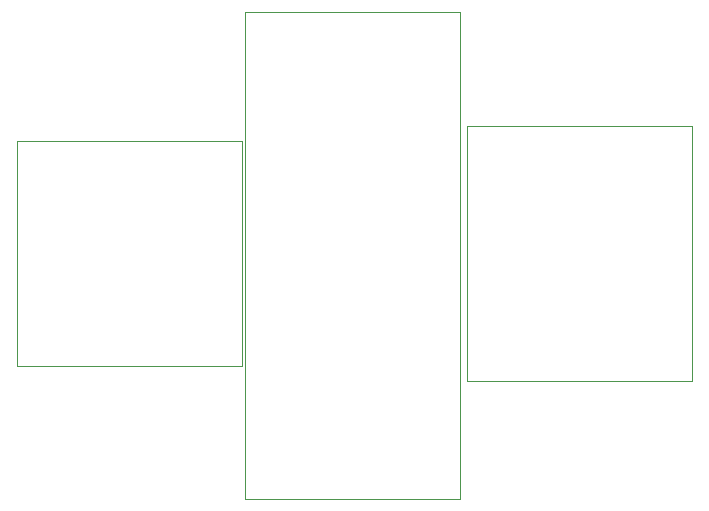
<source format=gbr>
G04 #@! TF.GenerationSoftware,KiCad,Pcbnew,5.1.7-a382d34a8~88~ubuntu20.04.1*
G04 #@! TF.CreationDate,2021-03-27T06:24:58-07:00*
G04 #@! TF.ProjectId,galep4-plcc-28,67616c65-7034-42d7-906c-63632d32382e,Mar2021*
G04 #@! TF.SameCoordinates,Original*
G04 #@! TF.FileFunction,Other,User*
%FSLAX46Y46*%
G04 Gerber Fmt 4.6, Leading zero omitted, Abs format (unit mm)*
G04 Created by KiCad (PCBNEW 5.1.7-a382d34a8~88~ubuntu20.04.1) date 2021-03-27 06:24:58*
%MOMM*%
%LPD*%
G01*
G04 APERTURE LIST*
%ADD10C,0.050000*%
G04 APERTURE END LIST*
D10*
G04 #@! TO.C,U3*
X181698000Y-76830000D02*
X163498000Y-76830000D01*
X181698000Y-118030000D02*
X181698000Y-76830000D01*
X163498000Y-118030000D02*
X181698000Y-118030000D01*
X163498000Y-76830000D02*
X163498000Y-118030000D01*
G04 #@! TO.C,U2*
X201300000Y-86482000D02*
X182240000Y-86482000D01*
X201300000Y-108082000D02*
X201300000Y-86482000D01*
X182240000Y-108082000D02*
X201300000Y-108082000D01*
X182240000Y-86482000D02*
X182240000Y-108082000D01*
G04 #@! TO.C,U1*
X144170000Y-87782000D02*
X144170000Y-106782000D01*
X144170000Y-106782000D02*
X163170000Y-106782000D01*
X163170000Y-106782000D02*
X163170000Y-87782000D01*
X163170000Y-87782000D02*
X144170000Y-87782000D01*
G04 #@! TD*
M02*

</source>
